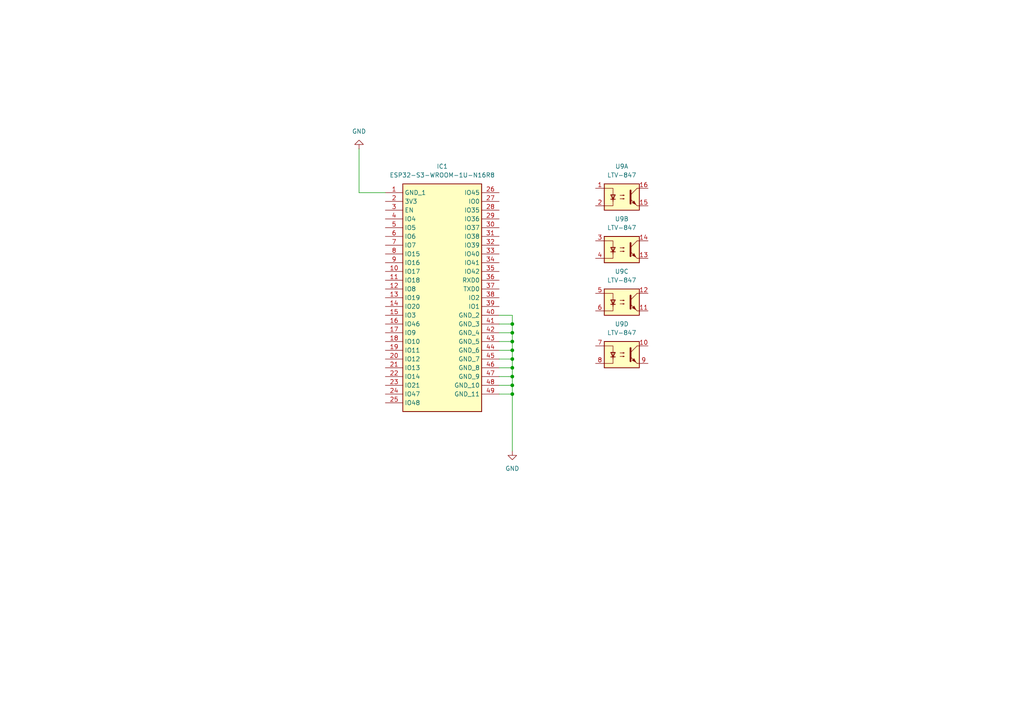
<source format=kicad_sch>
(kicad_sch (version 20250114) (generator "eeschema") (generator_version "9.0")
  (paper "A4")
  (lib_symbols
    (symbol "1_tme:ESP32-S3-WROOM-1U-N16R8"
      (property "Reference" "IC" (at 29.21 7.62 0))
      (property "Value" "ESP32-S3-WROOM-1U-N16R8" (at 29.21 5.08 0))
      (symbol "ESP32-S3-WROOM-1U-N16R8_1_1"
        (rectangle (start 5.08 2.54) (end 27.94 -63.5) (stroke (width 0.254)) (fill (type background)))
        (pin passive line (at 0 0 0) (length 5.08) (name "GND_1") (number "1"))
        (pin passive line (at 0 -2.54 0) (length 5.08) (name "3V3") (number "2"))
        (pin passive line (at 0 -5.08 0) (length 5.08) (name "EN") (number "3"))
        (pin passive line (at 0 -7.62 0) (length 5.08) (name "IO4") (number "4"))
        (pin passive line (at 0 -10.16 0) (length 5.08) (name "IO5") (number "5"))
        (pin passive line (at 0 -12.7 0) (length 5.08) (name "IO6") (number "6"))
        (pin passive line (at 0 -15.24 0) (length 5.08) (name "IO7") (number "7"))
        (pin passive line (at 0 -17.78 0) (length 5.08) (name "IO15") (number "8"))
        (pin passive line (at 0 -20.32 0) (length 5.08) (name "IO16") (number "9"))
        (pin passive line (at 0 -22.86 0) (length 5.08) (name "IO17") (number "10"))
        (pin passive line (at 0 -25.4 0) (length 5.08) (name "IO18") (number "11"))
        (pin passive line (at 0 -27.94 0) (length 5.08) (name "IO8") (number "12"))
        (pin passive line (at 0 -30.48 0) (length 5.08) (name "IO19") (number "13"))
        (pin passive line (at 0 -33.02 0) (length 5.08) (name "IO20") (number "14"))
        (pin passive line (at 0 -35.56 0) (length 5.08) (name "IO3") (number "15"))
        (pin passive line (at 0 -38.1 0) (length 5.08) (name "IO46") (number "16"))
        (pin passive line (at 0 -40.64 0) (length 5.08) (name "IO9") (number "17"))
        (pin passive line (at 0 -43.18 0) (length 5.08) (name "IO10") (number "18"))
        (pin passive line (at 0 -45.72 0) (length 5.08) (name "IO11") (number "19"))
        (pin passive line (at 0 -48.26 0) (length 5.08) (name "IO12") (number "20"))
        (pin passive line (at 0 -50.8 0) (length 5.08) (name "IO13") (number "21"))
        (pin passive line (at 0 -53.34 0) (length 5.08) (name "IO14") (number "22"))
        (pin passive line (at 0 -55.88 0) (length 5.08) (name "IO21") (number "23"))
        (pin passive line (at 0 -58.42 0) (length 5.08) (name "IO47") (number "24"))
        (pin passive line (at 0 -60.96 0) (length 5.08) (name "IO48") (number "25"))
        (pin passive line (at 33.02 0 180) (length 5.08) (name "IO45") (number "26"))
        (pin passive line (at 33.02 -2.54 180) (length 5.08) (name "IO0") (number "27"))
        (pin passive line (at 33.02 -5.08 180) (length 5.08) (name "IO35") (number "28"))
        (pin passive line (at 33.02 -7.62 180) (length 5.08) (name "IO36") (number "29"))
        (pin passive line (at 33.02 -10.16 180) (length 5.08) (name "IO37") (number "30"))
        (pin passive line (at 33.02 -12.7 180) (length 5.08) (name "IO38") (number "31"))
        (pin passive line (at 33.02 -15.24 180) (length 5.08) (name "IO39") (number "32"))
        (pin passive line (at 33.02 -17.78 180) (length 5.08) (name "IO40") (number "33"))
        (pin passive line (at 33.02 -20.32 180) (length 5.08) (name "IO41") (number "34"))
        (pin passive line (at 33.02 -22.86 180) (length 5.08) (name "IO42") (number "35"))
        (pin passive line (at 33.02 -25.4 180) (length 5.08) (name "RXD0") (number "36"))
        (pin passive line (at 33.02 -27.94 180) (length 5.08) (name "TXD0") (number "37"))
        (pin passive line (at 33.02 -30.48 180) (length 5.08) (name "IO2") (number "38"))
        (pin passive line (at 33.02 -33.02 180) (length 5.08) (name "IO1") (number "39"))
        (pin passive line (at 33.02 -35.56 180) (length 5.08) (name "GND_2") (number "40"))
        (pin passive line (at 33.02 -38.1 180) (length 5.08) (name "GND_3") (number "41"))
        (pin passive line (at 33.02 -40.64 180) (length 5.08) (name "GND_4") (number "42"))
        (pin passive line (at 33.02 -43.18 180) (length 5.08) (name "GND_5") (number "43"))
        (pin passive line (at 33.02 -45.72 180) (length 5.08) (name "GND_6") (number "44"))
        (pin passive line (at 33.02 -48.26 180) (length 5.08) (name "GND_7") (number "45"))
        (pin passive line (at 33.02 -50.8 180) (length 5.08) (name "GND_8") (number "46"))
        (pin passive line (at 33.02 -53.34 180) (length 5.08) (name "GND_9") (number "47"))
        (pin passive line (at 33.02 -55.88 180) (length 5.08) (name "GND_10") (number "48"))
        (pin passive line (at 33.02 -58.42 180) (length 5.08) (name "GND_11") (number "49"))
      )
    )
    (symbol "Isolator:LTV-847" (pin_names (offset 1.016))
      (property "Reference" "U" (at -5.08 5.08 0))
      (property "Value" "LTV-847" (at 0 5.08 0))
      (symbol "LTV-847_0_1"
        (rectangle (start -5.08 3.81) (end 5.08 -3.81) (stroke (width 0.254)) (fill (type background)))
        (polyline (pts (xy -5.08 2.54) (xy -2.54 2.54) (xy -2.54 -1.27) (xy -2.54 0.635)))
        (polyline (pts (xy -3.175 -0.635) (xy -1.905 -0.635)) (stroke (width 0.254)))
        (polyline (pts (xy -2.54 -0.635) (xy -2.54 -2.54) (xy -5.08 -2.54)))
        (polyline (pts (xy -2.54 -0.635) (xy -3.175 0.635) (xy -1.905 0.635) (xy -2.54 -0.635)) (stroke (width 0.254)))
        (polyline (pts (xy -0.508 0.508) (xy 0.762 0.508) (xy 0.381 0.381) (xy 0.381 0.635) (xy 0.762 0.508)))
        (polyline (pts (xy -0.508 -0.508) (xy 0.762 -0.508) (xy 0.381 -0.635) (xy 0.381 -0.381) (xy 0.762 -0.508)))
        (polyline (pts (xy 2.54 1.905) (xy 2.54 -1.905)) (stroke (width 0.508)))
        (polyline (pts (xy 2.54 0.635) (xy 4.445 2.54)))
        (polyline (pts (xy 3.048 -1.651) (xy 3.556 -1.143) (xy 4.064 -2.159) (xy 3.048 -1.651)) (fill (type outline)))
        (polyline (pts (xy 4.445 2.54) (xy 5.08 2.54)))
        (polyline (pts (xy 4.445 -2.54) (xy 2.54 -0.635)) (fill (type outline)))
        (polyline (pts (xy 4.445 -2.54) (xy 5.08 -2.54)))
      )
      (symbol "LTV-847_1_1"
        (pin passive line (at -7.62 2.54 0) (length 2.54) (name "~") (number "1"))
        (pin passive line (at -7.62 -2.54 0) (length 2.54) (name "~") (number "2"))
        (pin passive line (at 7.62 2.54 180) (length 2.54) (name "~") (number "16"))
        (pin passive line (at 7.62 -2.54 180) (length 2.54) (name "~") (number "15"))
      )
      (symbol "LTV-847_2_1"
        (pin passive line (at -7.62 2.54 0) (length 2.54) (name "~") (number "3"))
        (pin passive line (at -7.62 -2.54 0) (length 2.54) (name "~") (number "4"))
        (pin passive line (at 7.62 2.54 180) (length 2.54) (name "~") (number "14"))
        (pin passive line (at 7.62 -2.54 180) (length 2.54) (name "~") (number "13"))
      )
      (symbol "LTV-847_3_1"
        (pin passive line (at -7.62 2.54 0) (length 2.54) (name "~") (number "5"))
        (pin passive line (at -7.62 -2.54 0) (length 2.54) (name "~") (number "6"))
        (pin passive line (at 7.62 2.54 180) (length 2.54) (name "~") (number "12"))
        (pin passive line (at 7.62 -2.54 180) (length 2.54) (name "~") (number "11"))
      )
      (symbol "LTV-847_4_1"
        (pin passive line (at -7.62 2.54 0) (length 2.54) (name "~") (number "7"))
        (pin passive line (at -7.62 -2.54 0) (length 2.54) (name "~") (number "8"))
        (pin passive line (at 7.62 2.54 180) (length 2.54) (name "~") (number "10"))
        (pin passive line (at 7.62 -2.54 180) (length 2.54) (name "~") (number "9"))
      )
    )
    (symbol "power:GND" (power) (pin_numbers (hide yes)) (pin_names (offset 0) (hide yes))
      (property "Value" "GND" (at 0 -3.81 0))
      (symbol "GND_0_1"
        (polyline (pts (xy 0 0) (xy 0 -1.27) (xy 1.27 -1.27) (xy 0 -2.54) (xy -1.27 -1.27) (xy 0 -1.27)))
      )
      (symbol "GND_1_1"
        (pin power_in line (at 0 0 270) (length 0) (name "~") (number "1"))
      )
    )
  )
  (junction (at 148.59 106.68))
  (junction (at 148.59 93.98))
  (junction (at 148.59 96.52))
  (junction (at 148.59 111.76))
  (junction (at 148.59 109.22))
  (junction (at 148.59 114.3))
  (junction (at 148.59 101.6))
  (junction (at 148.59 99.06))
  (junction (at 148.59 104.14))
  (wire (pts (xy 111.76 55.88) (xy 104.14 55.88)))
  (wire (pts (xy 144.78 93.98) (xy 148.59 93.98)))
  (wire (pts (xy 148.59 111.76) (xy 148.59 114.3)))
  (wire (pts (xy 144.78 114.3) (xy 148.59 114.3)))
  (wire (pts (xy 144.78 109.22) (xy 148.59 109.22)))
  (wire (pts (xy 148.59 109.22) (xy 148.59 111.76)))
  (wire (pts (xy 144.78 111.76) (xy 148.59 111.76)))
  (wire (pts (xy 148.59 99.06) (xy 148.59 101.6)))
  (wire (pts (xy 148.59 104.14) (xy 148.59 106.68)))
  (wire (pts (xy 144.78 101.6) (xy 148.59 101.6)))
  (wire (pts (xy 144.78 106.68) (xy 148.59 106.68)))
  (wire (pts (xy 144.78 96.52) (xy 148.59 96.52)))
  (wire (pts (xy 148.59 114.3) (xy 148.59 130.81)))
  (wire (pts (xy 144.78 91.44) (xy 148.59 91.44)))
  (wire (pts (xy 148.59 101.6) (xy 148.59 104.14)))
  (wire (pts (xy 144.78 104.14) (xy 148.59 104.14)))
  (wire (pts (xy 148.59 91.44) (xy 148.59 93.98)))
  (wire (pts (xy 104.14 43.18) (xy 104.14 55.88)))
  (wire (pts (xy 148.59 96.52) (xy 148.59 99.06)))
  (wire (pts (xy 148.59 93.98) (xy 148.59 96.52)))
  (wire (pts (xy 144.78 99.06) (xy 148.59 99.06)))
  (wire (pts (xy 148.59 106.68) (xy 148.59 109.22)))
  (symbol (lib_id "Isolator:LTV-847") (at 180.34 72.39 0) (unit 2)
    (property "Reference" "U9" (at 180.34 63.5 0))
    (property "Value" "LTV-847" (at 180.34 66.04 0))
    (property "Footprint" "Package_DIP:DIP-16_W7.62mm" (effects (hide yes)))
    (property "Datasheet" "http://optoelectronics.liteon.com/upload/download/DS-70-96-0016/LTV-8X7%20series.PDF" (effects (hide yes)))
    (property "Description" "Quad DC Optocoupler, Vce 35V, CTR 50%, DIP-16" (effects (hide yes)))
  )
  (symbol (lib_id "Isolator:LTV-847") (at 180.34 57.15 0) (unit 1)
    (property "Reference" "U9" (at 180.34 48.26 0))
    (property "Value" "LTV-847" (at 180.34 50.8 0))
    (property "Footprint" "Package_DIP:DIP-16_W7.62mm" (effects (hide yes)))
    (property "Datasheet" "http://optoelectronics.liteon.com/upload/download/DS-70-96-0016/LTV-8X7%20series.PDF" (effects (hide yes)))
    (property "Description" "Quad DC Optocoupler, Vce 35V, CTR 50%, DIP-16" (effects (hide yes)))
  )
  (symbol (lib_id "1_tme:ESP32-S3-WROOM-1U-N16R8") (at 111.76 55.88 0) (unit 1)
    (property "Reference" "IC1" (at 128.27 48.26 0))
    (property "Value" "ESP32-S3-WROOM-1U-N16R8" (at 128.27 50.8 0))
    (property "Footprint" "ESP32S3WROOM1UN16R8" (effects (hide yes)))
    (property "Datasheet" "https://www.espressif.com/sites/default/files/documentation/esp32-s3-wroom-1_wroom-1u_datasheet_en.pdf" (effects (hide yes)))
    (property "Description" "WiFi Modules - 802.11 [Engineering Samples] SMD Module, ESP32-S3R8, 8 MB Octal PSRAM Die, 16 MB Quad SPI Flash, IPEX Antenna Connector" (effects (hide yes)))
    (property "Height" "3.35" (effects (hide yes)))
    (property "Manufacturer_Name" "Espressif Systems" (effects (hide yes)))
    (property "Manufacturer_Part_Number" "ESP32-S3-WROOM-1U-N16R8" (effects (hide yes)))
  )
  (symbol (lib_id "power:GND") (at 104.14 43.18 180) (unit 1)
    (property "Reference" "#PWR019" (effects (hide yes)))
    (property "Value" "GND" (at 104.14 38.1 0))
    (property "Description" "Power symbol creates a global label with name \"GND\" , ground" (effects (hide yes)))
  )
  (symbol (lib_id "Isolator:LTV-847") (at 180.34 87.63 0) (unit 3)
    (property "Reference" "U9" (at 180.34 78.74 0))
    (property "Value" "LTV-847" (at 180.34 81.28 0))
    (property "Footprint" "Package_DIP:DIP-16_W7.62mm" (effects (hide yes)))
    (property "Datasheet" "http://optoelectronics.liteon.com/upload/download/DS-70-96-0016/LTV-8X7%20series.PDF" (effects (hide yes)))
    (property "Description" "Quad DC Optocoupler, Vce 35V, CTR 50%, DIP-16" (effects (hide yes)))
  )
  (symbol (lib_id "power:GND") (at 148.59 130.81 0) (unit 1)
    (property "Reference" "#PWR020" (effects (hide yes)))
    (property "Value" "GND" (at 148.59 135.89 0))
    (property "Description" "Power symbol creates a global label with name \"GND\" , ground" (effects (hide yes)))
  )
  (symbol (lib_id "Isolator:LTV-847") (at 180.34 102.87 0) (unit 4)
    (property "Reference" "U9" (at 180.34 93.98 0))
    (property "Value" "LTV-847" (at 180.34 96.52 0))
    (property "Footprint" "Package_DIP:DIP-16_W7.62mm" (effects (hide yes)))
    (property "Datasheet" "http://optoelectronics.liteon.com/upload/download/DS-70-96-0016/LTV-8X7%20series.PDF" (effects (hide yes)))
    (property "Description" "Quad DC Optocoupler, Vce 35V, CTR 50%, DIP-16" (effects (hide yes)))
  )
)
</source>
